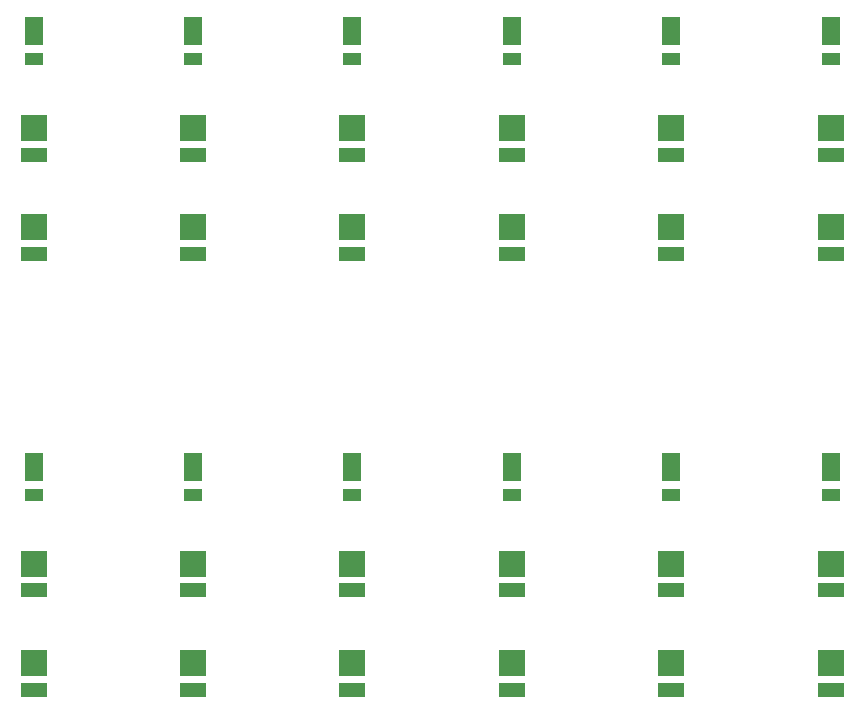
<source format=gbr>
G04 #@! TF.GenerationSoftware,KiCad,Pcbnew,(5.1.5)-3*
G04 #@! TF.CreationDate,2020-08-22T08:16:36+03:00*
G04 #@! TF.ProjectId,C5W LED series,43355720-4c45-4442-9073-65726965732e,rev?*
G04 #@! TF.SameCoordinates,Original*
G04 #@! TF.FileFunction,Paste,Top*
G04 #@! TF.FilePolarity,Positive*
%FSLAX46Y46*%
G04 Gerber Fmt 4.6, Leading zero omitted, Abs format (unit mm)*
G04 Created by KiCad (PCBNEW (5.1.5)-3) date 2020-08-22 08:16:36*
%MOMM*%
%LPD*%
G04 APERTURE LIST*
%ADD10R,1.500000X2.400000*%
%ADD11R,1.500000X1.050000*%
%ADD12R,2.200000X1.250000*%
%ADD13R,2.200000X2.200000*%
G04 APERTURE END LIST*
D10*
X203700000Y-96700000D03*
D11*
X203700000Y-99075000D03*
D12*
X149700000Y-115525000D03*
D13*
X149700000Y-113250000D03*
D12*
X203700000Y-115525000D03*
D13*
X203700000Y-113250000D03*
X163200000Y-113250000D03*
D12*
X163200000Y-115525000D03*
D10*
X149700000Y-96700000D03*
D11*
X149700000Y-99075000D03*
D12*
X149700000Y-107125000D03*
D13*
X149700000Y-104850000D03*
D12*
X203700000Y-107125000D03*
D13*
X203700000Y-104850000D03*
X190200000Y-104850000D03*
D12*
X190200000Y-107125000D03*
D13*
X163200000Y-104850000D03*
D12*
X163200000Y-107125000D03*
D13*
X190200000Y-113250000D03*
D12*
X190200000Y-115525000D03*
X176700000Y-115525000D03*
D13*
X176700000Y-113250000D03*
D11*
X163200000Y-99075000D03*
D10*
X163200000Y-96700000D03*
D12*
X176700000Y-107125000D03*
D13*
X176700000Y-104850000D03*
D11*
X190200000Y-99075000D03*
D10*
X190200000Y-96700000D03*
X176700000Y-96700000D03*
D11*
X176700000Y-99075000D03*
D13*
X136200000Y-113250000D03*
D12*
X136200000Y-115525000D03*
D13*
X136200000Y-104850000D03*
D12*
X136200000Y-107125000D03*
D11*
X136200000Y-99075000D03*
D10*
X136200000Y-96700000D03*
D13*
X203700000Y-67950000D03*
D12*
X203700000Y-70225000D03*
D13*
X203700000Y-76350000D03*
D12*
X203700000Y-78625000D03*
D11*
X203700000Y-62175000D03*
D10*
X203700000Y-59800000D03*
D12*
X190200000Y-78625000D03*
D13*
X190200000Y-76350000D03*
D12*
X190200000Y-70225000D03*
D13*
X190200000Y-67950000D03*
D10*
X190200000Y-59800000D03*
D11*
X190200000Y-62175000D03*
D13*
X176700000Y-76350000D03*
D12*
X176700000Y-78625000D03*
D13*
X176700000Y-67950000D03*
D12*
X176700000Y-70225000D03*
D11*
X176700000Y-62175000D03*
D10*
X176700000Y-59800000D03*
D12*
X163200000Y-78625000D03*
D13*
X163200000Y-76350000D03*
D10*
X163200000Y-59800000D03*
D11*
X163200000Y-62175000D03*
D12*
X163200000Y-70225000D03*
D13*
X163200000Y-67950000D03*
X149700000Y-76350000D03*
D12*
X149700000Y-78625000D03*
D13*
X149700000Y-67950000D03*
D12*
X149700000Y-70225000D03*
D11*
X149700000Y-62175000D03*
D10*
X149700000Y-59800000D03*
D12*
X136200000Y-70225000D03*
D13*
X136200000Y-67950000D03*
D12*
X136200000Y-78625000D03*
D13*
X136200000Y-76350000D03*
D10*
X136200000Y-59800000D03*
D11*
X136200000Y-62175000D03*
M02*

</source>
